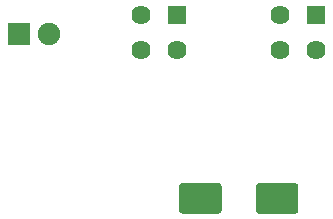
<source format=gbr>
%TF.GenerationSoftware,KiCad,Pcbnew,(5.1.6)-1*%
%TF.CreationDate,2020-11-25T11:15:34+11:00*%
%TF.ProjectId,KY58 Panel PCB V1,4b593538-2050-4616-9e65-6c2050434220,rev?*%
%TF.SameCoordinates,Original*%
%TF.FileFunction,Soldermask,Bot*%
%TF.FilePolarity,Negative*%
%FSLAX46Y46*%
G04 Gerber Fmt 4.6, Leading zero omitted, Abs format (unit mm)*
G04 Created by KiCad (PCBNEW (5.1.6)-1) date 2020-11-25 11:15:34*
%MOMM*%
%LPD*%
G01*
G04 APERTURE LIST*
%ADD10C,1.900000*%
%ADD11R,1.900000X1.900000*%
%ADD12C,1.620000*%
%ADD13R,1.620000X1.620000*%
G04 APERTURE END LIST*
%TO.C,C1*%
G36*
G01*
X153191000Y-117931000D02*
X153191000Y-115851000D01*
G75*
G02*
X153451000Y-115591000I260000J0D01*
G01*
X156531000Y-115591000D01*
G75*
G02*
X156791000Y-115851000I0J-260000D01*
G01*
X156791000Y-117931000D01*
G75*
G02*
X156531000Y-118191000I-260000J0D01*
G01*
X153451000Y-118191000D01*
G75*
G02*
X153191000Y-117931000I0J260000D01*
G01*
G37*
G36*
G01*
X146691000Y-117931000D02*
X146691000Y-115851000D01*
G75*
G02*
X146951000Y-115591000I260000J0D01*
G01*
X150031000Y-115591000D01*
G75*
G02*
X150291000Y-115851000I0J-260000D01*
G01*
X150291000Y-117931000D01*
G75*
G02*
X150031000Y-118191000I-260000J0D01*
G01*
X146951000Y-118191000D01*
G75*
G02*
X146691000Y-117931000I0J260000D01*
G01*
G37*
%TD*%
D10*
%TO.C,D1*%
X135687000Y-102997000D03*
D11*
X133147000Y-102997000D03*
%TD*%
D12*
%TO.C,J2*%
X155242001Y-104342999D03*
X158242000Y-104342999D03*
X155242001Y-101343000D03*
D13*
X158242000Y-101343000D03*
%TD*%
D12*
%TO.C,J1*%
X143482001Y-104342999D03*
X146482000Y-104342999D03*
X143482001Y-101343000D03*
D13*
X146482000Y-101343000D03*
%TD*%
M02*

</source>
